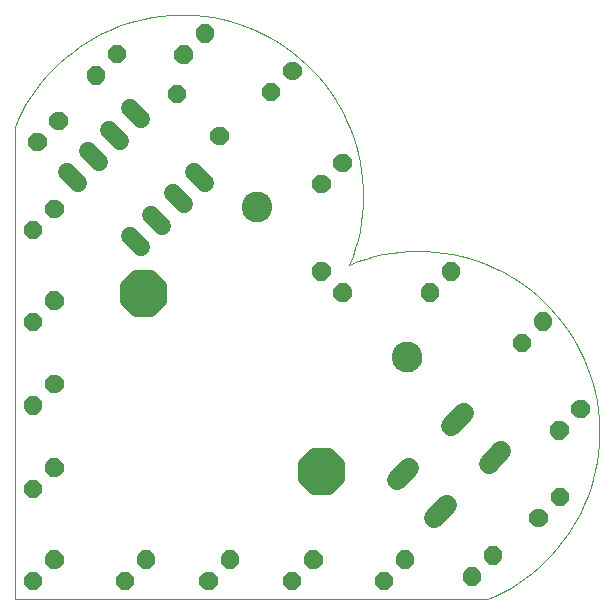
<source format=gts>
G75*
G70*
%OFA0B0*%
%FSLAX24Y24*%
%IPPOS*%
%LPD*%
%AMOC8*
5,1,8,0,0,1.08239X$1,22.5*
%
%ADD10C,0.0000*%
%ADD11C,0.1025*%
%ADD12C,0.0120*%
%ADD13C,0.0600*%
%ADD14C,0.0680*%
%ADD15C,0.0316*%
D10*
X009756Y010038D02*
X009756Y025786D01*
X009873Y026053D01*
X010003Y026314D01*
X010146Y026569D01*
X010300Y026816D01*
X010467Y027055D01*
X010645Y027287D01*
X010833Y027509D01*
X011033Y027722D01*
X011242Y027925D01*
X011461Y028117D01*
X011689Y028299D01*
X011925Y028470D01*
X012170Y028629D01*
X012422Y028776D01*
X012680Y028911D01*
X012945Y029033D01*
X013216Y029142D01*
X013491Y029238D01*
X013771Y029320D01*
X014054Y029389D01*
X014340Y029444D01*
X014629Y029485D01*
X014919Y029513D01*
X015211Y029526D01*
X015502Y029525D01*
X015794Y029510D01*
X016084Y029481D01*
X016372Y029438D01*
X016658Y029381D01*
X016941Y029310D01*
X017220Y029226D01*
X017495Y029128D01*
X017765Y029017D01*
X018029Y028893D01*
X018286Y028757D01*
X018537Y028608D01*
X018781Y028448D01*
X019016Y028276D01*
X019243Y028092D01*
X019461Y027898D01*
X019669Y027694D01*
X019866Y027480D01*
X020054Y027256D01*
X020230Y027024D01*
X020395Y026783D01*
X020548Y026535D01*
X020689Y026280D01*
X020817Y026018D01*
X020933Y025750D01*
X021035Y025477D01*
X021125Y025200D01*
X021200Y024918D01*
X021262Y024633D01*
X021310Y024345D01*
X021345Y024056D01*
X021365Y023765D01*
X021371Y023473D01*
X021363Y023182D01*
X021341Y022891D01*
X021305Y022602D01*
X021255Y022314D01*
X021191Y022030D01*
X021113Y021749D01*
X021022Y021472D01*
X020918Y021199D01*
X022368Y018112D02*
X022370Y018155D01*
X022376Y018197D01*
X022386Y018239D01*
X022399Y018280D01*
X022416Y018320D01*
X022437Y018357D01*
X022461Y018393D01*
X022488Y018426D01*
X022518Y018457D01*
X022551Y018485D01*
X022586Y018510D01*
X022623Y018531D01*
X022662Y018549D01*
X022702Y018563D01*
X022744Y018574D01*
X022786Y018581D01*
X022829Y018584D01*
X022872Y018583D01*
X022915Y018578D01*
X022957Y018569D01*
X022998Y018557D01*
X023038Y018541D01*
X023076Y018521D01*
X023112Y018498D01*
X023146Y018471D01*
X023178Y018442D01*
X023206Y018410D01*
X023232Y018375D01*
X023254Y018339D01*
X023273Y018300D01*
X023288Y018260D01*
X023300Y018219D01*
X023308Y018176D01*
X023312Y018133D01*
X023312Y018091D01*
X023308Y018048D01*
X023300Y018005D01*
X023288Y017964D01*
X023273Y017924D01*
X023254Y017885D01*
X023232Y017849D01*
X023206Y017814D01*
X023178Y017782D01*
X023146Y017753D01*
X023112Y017726D01*
X023076Y017703D01*
X023038Y017683D01*
X022998Y017667D01*
X022957Y017655D01*
X022915Y017646D01*
X022872Y017641D01*
X022829Y017640D01*
X022786Y017643D01*
X022744Y017650D01*
X022702Y017661D01*
X022662Y017675D01*
X022623Y017693D01*
X022586Y017714D01*
X022551Y017739D01*
X022518Y017767D01*
X022488Y017798D01*
X022461Y017831D01*
X022437Y017867D01*
X022416Y017904D01*
X022399Y017944D01*
X022386Y017985D01*
X022376Y018027D01*
X022370Y018069D01*
X022368Y018112D01*
X020918Y021200D02*
X021190Y021304D01*
X021467Y021395D01*
X021748Y021473D01*
X022033Y021537D01*
X022320Y021587D01*
X022609Y021623D01*
X022900Y021645D01*
X023191Y021653D01*
X023483Y021647D01*
X023774Y021627D01*
X024063Y021592D01*
X024351Y021544D01*
X024636Y021482D01*
X024918Y021407D01*
X025195Y021317D01*
X025468Y021215D01*
X025736Y021099D01*
X025998Y020971D01*
X026253Y020830D01*
X026501Y020677D01*
X026742Y020512D01*
X026974Y020336D01*
X027198Y020148D01*
X027412Y019951D01*
X027616Y019743D01*
X027810Y019525D01*
X027994Y019298D01*
X028166Y019063D01*
X028326Y018819D01*
X028475Y018568D01*
X028611Y018311D01*
X028735Y018047D01*
X028846Y017777D01*
X028944Y017502D01*
X029028Y017223D01*
X029099Y016940D01*
X029156Y016654D01*
X029199Y016366D01*
X029228Y016076D01*
X029243Y015784D01*
X029244Y015493D01*
X029231Y015201D01*
X029203Y014911D01*
X029162Y014622D01*
X029107Y014336D01*
X029038Y014053D01*
X028956Y013773D01*
X028860Y013498D01*
X028751Y013227D01*
X028629Y012962D01*
X028494Y012704D01*
X028347Y012452D01*
X028188Y012207D01*
X028017Y011971D01*
X027835Y011743D01*
X027643Y011524D01*
X027440Y011315D01*
X027227Y011115D01*
X027005Y010927D01*
X026773Y010749D01*
X026534Y010582D01*
X026287Y010428D01*
X026032Y010285D01*
X025771Y010155D01*
X025504Y010038D01*
X009756Y010038D01*
X017357Y023123D02*
X017359Y023166D01*
X017365Y023208D01*
X017375Y023250D01*
X017388Y023291D01*
X017405Y023331D01*
X017426Y023368D01*
X017450Y023404D01*
X017477Y023437D01*
X017507Y023468D01*
X017540Y023496D01*
X017575Y023521D01*
X017612Y023542D01*
X017651Y023560D01*
X017691Y023574D01*
X017733Y023585D01*
X017775Y023592D01*
X017818Y023595D01*
X017861Y023594D01*
X017904Y023589D01*
X017946Y023580D01*
X017987Y023568D01*
X018027Y023552D01*
X018065Y023532D01*
X018101Y023509D01*
X018135Y023482D01*
X018167Y023453D01*
X018195Y023421D01*
X018221Y023386D01*
X018243Y023350D01*
X018262Y023311D01*
X018277Y023271D01*
X018289Y023230D01*
X018297Y023187D01*
X018301Y023144D01*
X018301Y023102D01*
X018297Y023059D01*
X018289Y023016D01*
X018277Y022975D01*
X018262Y022935D01*
X018243Y022896D01*
X018221Y022860D01*
X018195Y022825D01*
X018167Y022793D01*
X018135Y022764D01*
X018101Y022737D01*
X018065Y022714D01*
X018027Y022694D01*
X017987Y022678D01*
X017946Y022666D01*
X017904Y022657D01*
X017861Y022652D01*
X017818Y022651D01*
X017775Y022654D01*
X017733Y022661D01*
X017691Y022672D01*
X017651Y022686D01*
X017612Y022704D01*
X017575Y022725D01*
X017540Y022750D01*
X017507Y022778D01*
X017477Y022809D01*
X017450Y022842D01*
X017426Y022878D01*
X017405Y022915D01*
X017388Y022955D01*
X017375Y022996D01*
X017365Y023038D01*
X017359Y023080D01*
X017357Y023123D01*
D11*
X017829Y023123D03*
X022840Y018112D03*
D12*
X023421Y020225D02*
X023361Y020165D01*
X023361Y020363D01*
X023501Y020503D01*
X023699Y020503D01*
X023839Y020363D01*
X023839Y020165D01*
X023699Y020025D01*
X023501Y020025D01*
X023361Y020165D01*
X023451Y020202D01*
X023451Y020326D01*
X023538Y020413D01*
X023662Y020413D01*
X023749Y020326D01*
X023749Y020202D01*
X023662Y020115D01*
X023538Y020115D01*
X023451Y020202D01*
X023541Y020239D01*
X023541Y020289D01*
X023575Y020323D01*
X023625Y020323D01*
X023659Y020289D01*
X023659Y020239D01*
X023625Y020205D01*
X023575Y020205D01*
X023541Y020239D01*
X024129Y020932D02*
X024069Y020872D01*
X024069Y021070D01*
X024209Y021210D01*
X024407Y021210D01*
X024547Y021070D01*
X024547Y020872D01*
X024407Y020732D01*
X024209Y020732D01*
X024069Y020872D01*
X024159Y020909D01*
X024159Y021033D01*
X024246Y021120D01*
X024370Y021120D01*
X024457Y021033D01*
X024457Y020909D01*
X024370Y020822D01*
X024246Y020822D01*
X024159Y020909D01*
X024249Y020946D01*
X024249Y020996D01*
X024283Y021030D01*
X024333Y021030D01*
X024367Y020996D01*
X024367Y020946D01*
X024333Y020912D01*
X024283Y020912D01*
X024249Y020946D01*
X026484Y018554D02*
X026424Y018494D01*
X026424Y018692D01*
X026564Y018832D01*
X026762Y018832D01*
X026902Y018692D01*
X026902Y018494D01*
X026762Y018354D01*
X026564Y018354D01*
X026424Y018494D01*
X026514Y018531D01*
X026514Y018655D01*
X026601Y018742D01*
X026725Y018742D01*
X026812Y018655D01*
X026812Y018531D01*
X026725Y018444D01*
X026601Y018444D01*
X026514Y018531D01*
X026604Y018568D01*
X026604Y018618D01*
X026638Y018652D01*
X026688Y018652D01*
X026722Y018618D01*
X026722Y018568D01*
X026688Y018534D01*
X026638Y018534D01*
X026604Y018568D01*
X027191Y019261D02*
X027131Y019201D01*
X027131Y019399D01*
X027271Y019539D01*
X027469Y019539D01*
X027609Y019399D01*
X027609Y019201D01*
X027469Y019061D01*
X027271Y019061D01*
X027131Y019201D01*
X027221Y019238D01*
X027221Y019362D01*
X027308Y019449D01*
X027432Y019449D01*
X027519Y019362D01*
X027519Y019238D01*
X027432Y019151D01*
X027308Y019151D01*
X027221Y019238D01*
X027311Y019275D01*
X027311Y019325D01*
X027345Y019359D01*
X027395Y019359D01*
X027429Y019325D01*
X027429Y019275D01*
X027395Y019241D01*
X027345Y019241D01*
X027311Y019275D01*
X028444Y016338D02*
X028384Y016278D01*
X028384Y016476D01*
X028524Y016616D01*
X028722Y016616D01*
X028862Y016476D01*
X028862Y016278D01*
X028722Y016138D01*
X028524Y016138D01*
X028384Y016278D01*
X028474Y016315D01*
X028474Y016439D01*
X028561Y016526D01*
X028685Y016526D01*
X028772Y016439D01*
X028772Y016315D01*
X028685Y016228D01*
X028561Y016228D01*
X028474Y016315D01*
X028564Y016352D01*
X028564Y016402D01*
X028598Y016436D01*
X028648Y016436D01*
X028682Y016402D01*
X028682Y016352D01*
X028648Y016318D01*
X028598Y016318D01*
X028564Y016352D01*
X027736Y015631D02*
X027676Y015571D01*
X027676Y015769D01*
X027816Y015909D01*
X028014Y015909D01*
X028154Y015769D01*
X028154Y015571D01*
X028014Y015431D01*
X027816Y015431D01*
X027676Y015571D01*
X027766Y015608D01*
X027766Y015732D01*
X027853Y015819D01*
X027977Y015819D01*
X028064Y015732D01*
X028064Y015608D01*
X027977Y015521D01*
X027853Y015521D01*
X027766Y015608D01*
X027856Y015645D01*
X027856Y015695D01*
X027890Y015729D01*
X027940Y015729D01*
X027974Y015695D01*
X027974Y015645D01*
X027940Y015611D01*
X027890Y015611D01*
X027856Y015645D01*
X027748Y013415D02*
X027688Y013355D01*
X027688Y013553D01*
X027828Y013693D01*
X028026Y013693D01*
X028166Y013553D01*
X028166Y013355D01*
X028026Y013215D01*
X027828Y013215D01*
X027688Y013355D01*
X027778Y013392D01*
X027778Y013516D01*
X027865Y013603D01*
X027989Y013603D01*
X028076Y013516D01*
X028076Y013392D01*
X027989Y013305D01*
X027865Y013305D01*
X027778Y013392D01*
X027868Y013429D01*
X027868Y013479D01*
X027902Y013513D01*
X027952Y013513D01*
X027986Y013479D01*
X027986Y013429D01*
X027952Y013395D01*
X027902Y013395D01*
X027868Y013429D01*
X027040Y012708D02*
X026980Y012648D01*
X026980Y012846D01*
X027120Y012986D01*
X027318Y012986D01*
X027458Y012846D01*
X027458Y012648D01*
X027318Y012508D01*
X027120Y012508D01*
X026980Y012648D01*
X027070Y012685D01*
X027070Y012809D01*
X027157Y012896D01*
X027281Y012896D01*
X027368Y012809D01*
X027368Y012685D01*
X027281Y012598D01*
X027157Y012598D01*
X027070Y012685D01*
X027160Y012722D01*
X027160Y012772D01*
X027194Y012806D01*
X027244Y012806D01*
X027278Y012772D01*
X027278Y012722D01*
X027244Y012688D01*
X027194Y012688D01*
X027160Y012722D01*
X025520Y011467D02*
X025460Y011407D01*
X025460Y011605D01*
X025600Y011745D01*
X025798Y011745D01*
X025938Y011605D01*
X025938Y011407D01*
X025798Y011267D01*
X025600Y011267D01*
X025460Y011407D01*
X025550Y011444D01*
X025550Y011568D01*
X025637Y011655D01*
X025761Y011655D01*
X025848Y011568D01*
X025848Y011444D01*
X025761Y011357D01*
X025637Y011357D01*
X025550Y011444D01*
X025640Y011481D01*
X025640Y011531D01*
X025674Y011565D01*
X025724Y011565D01*
X025758Y011531D01*
X025758Y011481D01*
X025724Y011447D01*
X025674Y011447D01*
X025640Y011481D01*
X024813Y010759D02*
X024753Y010699D01*
X024753Y010897D01*
X024893Y011037D01*
X025091Y011037D01*
X025231Y010897D01*
X025231Y010699D01*
X025091Y010559D01*
X024893Y010559D01*
X024753Y010699D01*
X024843Y010736D01*
X024843Y010860D01*
X024930Y010947D01*
X025054Y010947D01*
X025141Y010860D01*
X025141Y010736D01*
X025054Y010649D01*
X024930Y010649D01*
X024843Y010736D01*
X024933Y010773D01*
X024933Y010823D01*
X024967Y010857D01*
X025017Y010857D01*
X025051Y010823D01*
X025051Y010773D01*
X025017Y010739D01*
X024967Y010739D01*
X024933Y010773D01*
X022597Y011327D02*
X022537Y011267D01*
X022537Y011465D01*
X022677Y011605D01*
X022875Y011605D01*
X023015Y011465D01*
X023015Y011267D01*
X022875Y011127D01*
X022677Y011127D01*
X022537Y011267D01*
X022627Y011304D01*
X022627Y011428D01*
X022714Y011515D01*
X022838Y011515D01*
X022925Y011428D01*
X022925Y011304D01*
X022838Y011217D01*
X022714Y011217D01*
X022627Y011304D01*
X022717Y011341D01*
X022717Y011391D01*
X022751Y011425D01*
X022801Y011425D01*
X022835Y011391D01*
X022835Y011341D01*
X022801Y011307D01*
X022751Y011307D01*
X022717Y011341D01*
X021890Y010620D02*
X021830Y010560D01*
X021830Y010758D01*
X021970Y010898D01*
X022168Y010898D01*
X022308Y010758D01*
X022308Y010560D01*
X022168Y010420D01*
X021970Y010420D01*
X021830Y010560D01*
X021920Y010597D01*
X021920Y010721D01*
X022007Y010808D01*
X022131Y010808D01*
X022218Y010721D01*
X022218Y010597D01*
X022131Y010510D01*
X022007Y010510D01*
X021920Y010597D01*
X022010Y010634D01*
X022010Y010684D01*
X022044Y010718D01*
X022094Y010718D01*
X022128Y010684D01*
X022128Y010634D01*
X022094Y010600D01*
X022044Y010600D01*
X022010Y010634D01*
X019535Y011327D02*
X019475Y011267D01*
X019475Y011465D01*
X019615Y011605D01*
X019813Y011605D01*
X019953Y011465D01*
X019953Y011267D01*
X019813Y011127D01*
X019615Y011127D01*
X019475Y011267D01*
X019565Y011304D01*
X019565Y011428D01*
X019652Y011515D01*
X019776Y011515D01*
X019863Y011428D01*
X019863Y011304D01*
X019776Y011217D01*
X019652Y011217D01*
X019565Y011304D01*
X019655Y011341D01*
X019655Y011391D01*
X019689Y011425D01*
X019739Y011425D01*
X019773Y011391D01*
X019773Y011341D01*
X019739Y011307D01*
X019689Y011307D01*
X019655Y011341D01*
X018828Y010620D02*
X018768Y010560D01*
X018768Y010758D01*
X018908Y010898D01*
X019106Y010898D01*
X019246Y010758D01*
X019246Y010560D01*
X019106Y010420D01*
X018908Y010420D01*
X018768Y010560D01*
X018858Y010597D01*
X018858Y010721D01*
X018945Y010808D01*
X019069Y010808D01*
X019156Y010721D01*
X019156Y010597D01*
X019069Y010510D01*
X018945Y010510D01*
X018858Y010597D01*
X018948Y010634D01*
X018948Y010684D01*
X018982Y010718D01*
X019032Y010718D01*
X019066Y010684D01*
X019066Y010634D01*
X019032Y010600D01*
X018982Y010600D01*
X018948Y010634D01*
X016751Y011327D02*
X016691Y011267D01*
X016691Y011465D01*
X016831Y011605D01*
X017029Y011605D01*
X017169Y011465D01*
X017169Y011267D01*
X017029Y011127D01*
X016831Y011127D01*
X016691Y011267D01*
X016781Y011304D01*
X016781Y011428D01*
X016868Y011515D01*
X016992Y011515D01*
X017079Y011428D01*
X017079Y011304D01*
X016992Y011217D01*
X016868Y011217D01*
X016781Y011304D01*
X016871Y011341D01*
X016871Y011391D01*
X016905Y011425D01*
X016955Y011425D01*
X016989Y011391D01*
X016989Y011341D01*
X016955Y011307D01*
X016905Y011307D01*
X016871Y011341D01*
X016044Y010620D02*
X015984Y010560D01*
X015984Y010758D01*
X016124Y010898D01*
X016322Y010898D01*
X016462Y010758D01*
X016462Y010560D01*
X016322Y010420D01*
X016124Y010420D01*
X015984Y010560D01*
X016074Y010597D01*
X016074Y010721D01*
X016161Y010808D01*
X016285Y010808D01*
X016372Y010721D01*
X016372Y010597D01*
X016285Y010510D01*
X016161Y010510D01*
X016074Y010597D01*
X016164Y010634D01*
X016164Y010684D01*
X016198Y010718D01*
X016248Y010718D01*
X016282Y010684D01*
X016282Y010634D01*
X016248Y010600D01*
X016198Y010600D01*
X016164Y010634D01*
X013967Y011327D02*
X013907Y011267D01*
X013907Y011465D01*
X014047Y011605D01*
X014245Y011605D01*
X014385Y011465D01*
X014385Y011267D01*
X014245Y011127D01*
X014047Y011127D01*
X013907Y011267D01*
X013997Y011304D01*
X013997Y011428D01*
X014084Y011515D01*
X014208Y011515D01*
X014295Y011428D01*
X014295Y011304D01*
X014208Y011217D01*
X014084Y011217D01*
X013997Y011304D01*
X014087Y011341D01*
X014087Y011391D01*
X014121Y011425D01*
X014171Y011425D01*
X014205Y011391D01*
X014205Y011341D01*
X014171Y011307D01*
X014121Y011307D01*
X014087Y011341D01*
X013260Y010620D02*
X013200Y010560D01*
X013200Y010758D01*
X013340Y010898D01*
X013538Y010898D01*
X013678Y010758D01*
X013678Y010560D01*
X013538Y010420D01*
X013340Y010420D01*
X013200Y010560D01*
X013290Y010597D01*
X013290Y010721D01*
X013377Y010808D01*
X013501Y010808D01*
X013588Y010721D01*
X013588Y010597D01*
X013501Y010510D01*
X013377Y010510D01*
X013290Y010597D01*
X013380Y010634D01*
X013380Y010684D01*
X013414Y010718D01*
X013464Y010718D01*
X013498Y010684D01*
X013498Y010634D01*
X013464Y010600D01*
X013414Y010600D01*
X013380Y010634D01*
X010905Y011327D02*
X010845Y011267D01*
X010845Y011465D01*
X010985Y011605D01*
X011183Y011605D01*
X011323Y011465D01*
X011323Y011267D01*
X011183Y011127D01*
X010985Y011127D01*
X010845Y011267D01*
X010935Y011304D01*
X010935Y011428D01*
X011022Y011515D01*
X011146Y011515D01*
X011233Y011428D01*
X011233Y011304D01*
X011146Y011217D01*
X011022Y011217D01*
X010935Y011304D01*
X011025Y011341D01*
X011025Y011391D01*
X011059Y011425D01*
X011109Y011425D01*
X011143Y011391D01*
X011143Y011341D01*
X011109Y011307D01*
X011059Y011307D01*
X011025Y011341D01*
X010198Y010620D02*
X010138Y010560D01*
X010138Y010758D01*
X010278Y010898D01*
X010476Y010898D01*
X010616Y010758D01*
X010616Y010560D01*
X010476Y010420D01*
X010278Y010420D01*
X010138Y010560D01*
X010228Y010597D01*
X010228Y010721D01*
X010315Y010808D01*
X010439Y010808D01*
X010526Y010721D01*
X010526Y010597D01*
X010439Y010510D01*
X010315Y010510D01*
X010228Y010597D01*
X010318Y010634D01*
X010318Y010684D01*
X010352Y010718D01*
X010402Y010718D01*
X010436Y010684D01*
X010436Y010634D01*
X010402Y010600D01*
X010352Y010600D01*
X010318Y010634D01*
X010198Y013682D02*
X010138Y013622D01*
X010138Y013820D01*
X010278Y013960D01*
X010476Y013960D01*
X010616Y013820D01*
X010616Y013622D01*
X010476Y013482D01*
X010278Y013482D01*
X010138Y013622D01*
X010228Y013659D01*
X010228Y013783D01*
X010315Y013870D01*
X010439Y013870D01*
X010526Y013783D01*
X010526Y013659D01*
X010439Y013572D01*
X010315Y013572D01*
X010228Y013659D01*
X010318Y013696D01*
X010318Y013746D01*
X010352Y013780D01*
X010402Y013780D01*
X010436Y013746D01*
X010436Y013696D01*
X010402Y013662D01*
X010352Y013662D01*
X010318Y013696D01*
X010905Y014390D02*
X010845Y014330D01*
X010845Y014528D01*
X010985Y014668D01*
X011183Y014668D01*
X011323Y014528D01*
X011323Y014330D01*
X011183Y014190D01*
X010985Y014190D01*
X010845Y014330D01*
X010935Y014367D01*
X010935Y014491D01*
X011022Y014578D01*
X011146Y014578D01*
X011233Y014491D01*
X011233Y014367D01*
X011146Y014280D01*
X011022Y014280D01*
X010935Y014367D01*
X011025Y014404D01*
X011025Y014454D01*
X011059Y014488D01*
X011109Y014488D01*
X011143Y014454D01*
X011143Y014404D01*
X011109Y014370D01*
X011059Y014370D01*
X011025Y014404D01*
X010198Y016466D02*
X010138Y016406D01*
X010138Y016604D01*
X010278Y016744D01*
X010476Y016744D01*
X010616Y016604D01*
X010616Y016406D01*
X010476Y016266D01*
X010278Y016266D01*
X010138Y016406D01*
X010228Y016443D01*
X010228Y016567D01*
X010315Y016654D01*
X010439Y016654D01*
X010526Y016567D01*
X010526Y016443D01*
X010439Y016356D01*
X010315Y016356D01*
X010228Y016443D01*
X010318Y016480D01*
X010318Y016530D01*
X010352Y016564D01*
X010402Y016564D01*
X010436Y016530D01*
X010436Y016480D01*
X010402Y016446D01*
X010352Y016446D01*
X010318Y016480D01*
X010905Y017173D02*
X010845Y017113D01*
X010845Y017311D01*
X010985Y017451D01*
X011183Y017451D01*
X011323Y017311D01*
X011323Y017113D01*
X011183Y016973D01*
X010985Y016973D01*
X010845Y017113D01*
X010935Y017150D01*
X010935Y017274D01*
X011022Y017361D01*
X011146Y017361D01*
X011233Y017274D01*
X011233Y017150D01*
X011146Y017063D01*
X011022Y017063D01*
X010935Y017150D01*
X011025Y017187D01*
X011025Y017237D01*
X011059Y017271D01*
X011109Y017271D01*
X011143Y017237D01*
X011143Y017187D01*
X011109Y017153D01*
X011059Y017153D01*
X011025Y017187D01*
X010198Y019250D02*
X010138Y019190D01*
X010138Y019388D01*
X010278Y019528D01*
X010476Y019528D01*
X010616Y019388D01*
X010616Y019190D01*
X010476Y019050D01*
X010278Y019050D01*
X010138Y019190D01*
X010228Y019227D01*
X010228Y019351D01*
X010315Y019438D01*
X010439Y019438D01*
X010526Y019351D01*
X010526Y019227D01*
X010439Y019140D01*
X010315Y019140D01*
X010228Y019227D01*
X010318Y019264D01*
X010318Y019314D01*
X010352Y019348D01*
X010402Y019348D01*
X010436Y019314D01*
X010436Y019264D01*
X010402Y019230D01*
X010352Y019230D01*
X010318Y019264D01*
X010905Y019957D02*
X010845Y019897D01*
X010845Y020095D01*
X010985Y020235D01*
X011183Y020235D01*
X011323Y020095D01*
X011323Y019897D01*
X011183Y019757D01*
X010985Y019757D01*
X010845Y019897D01*
X010935Y019934D01*
X010935Y020058D01*
X011022Y020145D01*
X011146Y020145D01*
X011233Y020058D01*
X011233Y019934D01*
X011146Y019847D01*
X011022Y019847D01*
X010935Y019934D01*
X011025Y019971D01*
X011025Y020021D01*
X011059Y020055D01*
X011109Y020055D01*
X011143Y020021D01*
X011143Y019971D01*
X011109Y019937D01*
X011059Y019937D01*
X011025Y019971D01*
X010198Y022312D02*
X010138Y022252D01*
X010138Y022450D01*
X010278Y022590D01*
X010476Y022590D01*
X010616Y022450D01*
X010616Y022252D01*
X010476Y022112D01*
X010278Y022112D01*
X010138Y022252D01*
X010228Y022289D01*
X010228Y022413D01*
X010315Y022500D01*
X010439Y022500D01*
X010526Y022413D01*
X010526Y022289D01*
X010439Y022202D01*
X010315Y022202D01*
X010228Y022289D01*
X010318Y022326D01*
X010318Y022376D01*
X010352Y022410D01*
X010402Y022410D01*
X010436Y022376D01*
X010436Y022326D01*
X010402Y022292D01*
X010352Y022292D01*
X010318Y022326D01*
X010905Y023020D02*
X010845Y022960D01*
X010845Y023158D01*
X010985Y023298D01*
X011183Y023298D01*
X011323Y023158D01*
X011323Y022960D01*
X011183Y022820D01*
X010985Y022820D01*
X010845Y022960D01*
X010935Y022997D01*
X010935Y023121D01*
X011022Y023208D01*
X011146Y023208D01*
X011233Y023121D01*
X011233Y022997D01*
X011146Y022910D01*
X011022Y022910D01*
X010935Y022997D01*
X011025Y023034D01*
X011025Y023084D01*
X011059Y023118D01*
X011109Y023118D01*
X011143Y023084D01*
X011143Y023034D01*
X011109Y023000D01*
X011059Y023000D01*
X011025Y023034D01*
X010337Y025236D02*
X010277Y025176D01*
X010277Y025374D01*
X010417Y025514D01*
X010615Y025514D01*
X010755Y025374D01*
X010755Y025176D01*
X010615Y025036D01*
X010417Y025036D01*
X010277Y025176D01*
X010367Y025213D01*
X010367Y025337D01*
X010454Y025424D01*
X010578Y025424D01*
X010665Y025337D01*
X010665Y025213D01*
X010578Y025126D01*
X010454Y025126D01*
X010367Y025213D01*
X010457Y025250D01*
X010457Y025300D01*
X010491Y025334D01*
X010541Y025334D01*
X010575Y025300D01*
X010575Y025250D01*
X010541Y025216D01*
X010491Y025216D01*
X010457Y025250D01*
X011044Y025943D02*
X010984Y025883D01*
X010984Y026081D01*
X011124Y026221D01*
X011322Y026221D01*
X011462Y026081D01*
X011462Y025883D01*
X011322Y025743D01*
X011124Y025743D01*
X010984Y025883D01*
X011074Y025920D01*
X011074Y026044D01*
X011161Y026131D01*
X011285Y026131D01*
X011372Y026044D01*
X011372Y025920D01*
X011285Y025833D01*
X011161Y025833D01*
X011074Y025920D01*
X011164Y025957D01*
X011164Y026007D01*
X011198Y026041D01*
X011248Y026041D01*
X011282Y026007D01*
X011282Y025957D01*
X011248Y025923D01*
X011198Y025923D01*
X011164Y025957D01*
X012286Y027463D02*
X012226Y027403D01*
X012226Y027601D01*
X012366Y027741D01*
X012564Y027741D01*
X012704Y027601D01*
X012704Y027403D01*
X012564Y027263D01*
X012366Y027263D01*
X012226Y027403D01*
X012316Y027440D01*
X012316Y027564D01*
X012403Y027651D01*
X012527Y027651D01*
X012614Y027564D01*
X012614Y027440D01*
X012527Y027353D01*
X012403Y027353D01*
X012316Y027440D01*
X012406Y027477D01*
X012406Y027527D01*
X012440Y027561D01*
X012490Y027561D01*
X012524Y027527D01*
X012524Y027477D01*
X012490Y027443D01*
X012440Y027443D01*
X012406Y027477D01*
X012993Y028170D02*
X012933Y028110D01*
X012933Y028308D01*
X013073Y028448D01*
X013271Y028448D01*
X013411Y028308D01*
X013411Y028110D01*
X013271Y027970D01*
X013073Y027970D01*
X012933Y028110D01*
X013023Y028147D01*
X013023Y028271D01*
X013110Y028358D01*
X013234Y028358D01*
X013321Y028271D01*
X013321Y028147D01*
X013234Y028060D01*
X013110Y028060D01*
X013023Y028147D01*
X013113Y028184D01*
X013113Y028234D01*
X013147Y028268D01*
X013197Y028268D01*
X013231Y028234D01*
X013231Y028184D01*
X013197Y028150D01*
X013147Y028150D01*
X013113Y028184D01*
X015135Y027071D02*
X015075Y027131D01*
X015273Y027131D01*
X015413Y026991D01*
X015413Y026793D01*
X015273Y026653D01*
X015075Y026653D01*
X014935Y026793D01*
X014935Y026991D01*
X015075Y027131D01*
X015112Y027041D01*
X015236Y027041D01*
X015323Y026954D01*
X015323Y026830D01*
X015236Y026743D01*
X015112Y026743D01*
X015025Y026830D01*
X015025Y026954D01*
X015112Y027041D01*
X015149Y026951D01*
X015199Y026951D01*
X015233Y026917D01*
X015233Y026867D01*
X015199Y026833D01*
X015149Y026833D01*
X015115Y026867D01*
X015115Y026917D01*
X015149Y026951D01*
X015209Y028159D02*
X015149Y028099D01*
X015149Y028297D01*
X015289Y028437D01*
X015487Y028437D01*
X015627Y028297D01*
X015627Y028099D01*
X015487Y027959D01*
X015289Y027959D01*
X015149Y028099D01*
X015239Y028136D01*
X015239Y028260D01*
X015326Y028347D01*
X015450Y028347D01*
X015537Y028260D01*
X015537Y028136D01*
X015450Y028049D01*
X015326Y028049D01*
X015239Y028136D01*
X015329Y028173D01*
X015329Y028223D01*
X015363Y028257D01*
X015413Y028257D01*
X015447Y028223D01*
X015447Y028173D01*
X015413Y028139D01*
X015363Y028139D01*
X015329Y028173D01*
X015916Y028866D02*
X015856Y028806D01*
X015856Y029004D01*
X015996Y029144D01*
X016194Y029144D01*
X016334Y029004D01*
X016334Y028806D01*
X016194Y028666D01*
X015996Y028666D01*
X015856Y028806D01*
X015946Y028843D01*
X015946Y028967D01*
X016033Y029054D01*
X016157Y029054D01*
X016244Y028967D01*
X016244Y028843D01*
X016157Y028756D01*
X016033Y028756D01*
X015946Y028843D01*
X016036Y028880D01*
X016036Y028930D01*
X016070Y028964D01*
X016120Y028964D01*
X016154Y028930D01*
X016154Y028880D01*
X016120Y028846D01*
X016070Y028846D01*
X016036Y028880D01*
X018132Y026906D02*
X018072Y026846D01*
X018072Y027044D01*
X018212Y027184D01*
X018410Y027184D01*
X018550Y027044D01*
X018550Y026846D01*
X018410Y026706D01*
X018212Y026706D01*
X018072Y026846D01*
X018162Y026883D01*
X018162Y027007D01*
X018249Y027094D01*
X018373Y027094D01*
X018460Y027007D01*
X018460Y026883D01*
X018373Y026796D01*
X018249Y026796D01*
X018162Y026883D01*
X018252Y026920D01*
X018252Y026970D01*
X018286Y027004D01*
X018336Y027004D01*
X018370Y026970D01*
X018370Y026920D01*
X018336Y026886D01*
X018286Y026886D01*
X018252Y026920D01*
X018839Y027613D02*
X018779Y027553D01*
X018779Y027751D01*
X018919Y027891D01*
X019117Y027891D01*
X019257Y027751D01*
X019257Y027553D01*
X019117Y027413D01*
X018919Y027413D01*
X018779Y027553D01*
X018869Y027590D01*
X018869Y027714D01*
X018956Y027801D01*
X019080Y027801D01*
X019167Y027714D01*
X019167Y027590D01*
X019080Y027503D01*
X018956Y027503D01*
X018869Y027590D01*
X018959Y027627D01*
X018959Y027677D01*
X018993Y027711D01*
X019043Y027711D01*
X019077Y027677D01*
X019077Y027627D01*
X019043Y027593D01*
X018993Y027593D01*
X018959Y027627D01*
X016549Y025657D02*
X016489Y025717D01*
X016687Y025717D01*
X016827Y025577D01*
X016827Y025379D01*
X016687Y025239D01*
X016489Y025239D01*
X016349Y025379D01*
X016349Y025577D01*
X016489Y025717D01*
X016526Y025627D01*
X016650Y025627D01*
X016737Y025540D01*
X016737Y025416D01*
X016650Y025329D01*
X016526Y025329D01*
X016439Y025416D01*
X016439Y025540D01*
X016526Y025627D01*
X016563Y025537D01*
X016613Y025537D01*
X016647Y025503D01*
X016647Y025453D01*
X016613Y025419D01*
X016563Y025419D01*
X016529Y025453D01*
X016529Y025503D01*
X016563Y025537D01*
X019802Y023844D02*
X019742Y023784D01*
X019742Y023982D01*
X019882Y024122D01*
X020080Y024122D01*
X020220Y023982D01*
X020220Y023784D01*
X020080Y023644D01*
X019882Y023644D01*
X019742Y023784D01*
X019832Y023821D01*
X019832Y023945D01*
X019919Y024032D01*
X020043Y024032D01*
X020130Y023945D01*
X020130Y023821D01*
X020043Y023734D01*
X019919Y023734D01*
X019832Y023821D01*
X019922Y023858D01*
X019922Y023908D01*
X019956Y023942D01*
X020006Y023942D01*
X020040Y023908D01*
X020040Y023858D01*
X020006Y023824D01*
X019956Y023824D01*
X019922Y023858D01*
X020510Y024551D02*
X020450Y024491D01*
X020450Y024689D01*
X020590Y024829D01*
X020788Y024829D01*
X020928Y024689D01*
X020928Y024491D01*
X020788Y024351D01*
X020590Y024351D01*
X020450Y024491D01*
X020540Y024528D01*
X020540Y024652D01*
X020627Y024739D01*
X020751Y024739D01*
X020838Y024652D01*
X020838Y024528D01*
X020751Y024441D01*
X020627Y024441D01*
X020540Y024528D01*
X020630Y024565D01*
X020630Y024615D01*
X020664Y024649D01*
X020714Y024649D01*
X020748Y024615D01*
X020748Y024565D01*
X020714Y024531D01*
X020664Y024531D01*
X020630Y024565D01*
X020020Y020792D02*
X020080Y020732D01*
X019882Y020732D01*
X019742Y020872D01*
X019742Y021070D01*
X019882Y021210D01*
X020080Y021210D01*
X020220Y021070D01*
X020220Y020872D01*
X020080Y020732D01*
X020043Y020822D01*
X019919Y020822D01*
X019832Y020909D01*
X019832Y021033D01*
X019919Y021120D01*
X020043Y021120D01*
X020130Y021033D01*
X020130Y020909D01*
X020043Y020822D01*
X020006Y020912D01*
X019956Y020912D01*
X019922Y020946D01*
X019922Y020996D01*
X019956Y021030D01*
X020006Y021030D01*
X020040Y020996D01*
X020040Y020946D01*
X020006Y020912D01*
X020728Y020085D02*
X020788Y020025D01*
X020590Y020025D01*
X020450Y020165D01*
X020450Y020363D01*
X020590Y020503D01*
X020788Y020503D01*
X020928Y020363D01*
X020928Y020165D01*
X020788Y020025D01*
X020751Y020115D01*
X020627Y020115D01*
X020540Y020202D01*
X020540Y020326D01*
X020627Y020413D01*
X020751Y020413D01*
X020838Y020326D01*
X020838Y020202D01*
X020751Y020115D01*
X020714Y020205D01*
X020664Y020205D01*
X020630Y020239D01*
X020630Y020289D01*
X020664Y020323D01*
X020714Y020323D01*
X020748Y020289D01*
X020748Y020239D01*
X020714Y020205D01*
D13*
X016098Y023913D02*
X015730Y024281D01*
X015023Y023574D02*
X015391Y023206D01*
X014684Y022499D02*
X014316Y022867D01*
X013609Y022159D02*
X013977Y021792D01*
X011855Y023913D02*
X011488Y024281D01*
X012195Y024988D02*
X012562Y024620D01*
X013270Y025327D02*
X012902Y025695D01*
X013609Y026402D02*
X013977Y026034D01*
D14*
X024296Y015815D02*
X024720Y016239D01*
X025979Y014981D02*
X025555Y014556D01*
X024169Y013170D02*
X023744Y012746D01*
X022486Y014005D02*
X022910Y014429D01*
D15*
X020068Y013834D02*
X020226Y013676D01*
X019702Y013676D01*
X019333Y014045D01*
X019333Y014569D01*
X019702Y014938D01*
X020226Y014938D01*
X020595Y014569D01*
X020595Y014045D01*
X020226Y013676D01*
X020128Y013913D01*
X019800Y013913D01*
X019570Y014143D01*
X019570Y014471D01*
X019800Y014701D01*
X020128Y014701D01*
X020358Y014471D01*
X020358Y014143D01*
X020128Y013913D01*
X020029Y014150D01*
X019899Y014150D01*
X019807Y014242D01*
X019807Y014372D01*
X019899Y014464D01*
X020029Y014464D01*
X020121Y014372D01*
X020121Y014242D01*
X020029Y014150D01*
X014128Y019773D02*
X014286Y019615D01*
X013762Y019615D01*
X013393Y019984D01*
X013393Y020508D01*
X013762Y020877D01*
X014286Y020877D01*
X014655Y020508D01*
X014655Y019984D01*
X014286Y019615D01*
X014188Y019852D01*
X013860Y019852D01*
X013630Y020082D01*
X013630Y020410D01*
X013860Y020640D01*
X014188Y020640D01*
X014418Y020410D01*
X014418Y020082D01*
X014188Y019852D01*
X014089Y020089D01*
X013959Y020089D01*
X013867Y020181D01*
X013867Y020311D01*
X013959Y020403D01*
X014089Y020403D01*
X014181Y020311D01*
X014181Y020181D01*
X014089Y020089D01*
M02*

</source>
